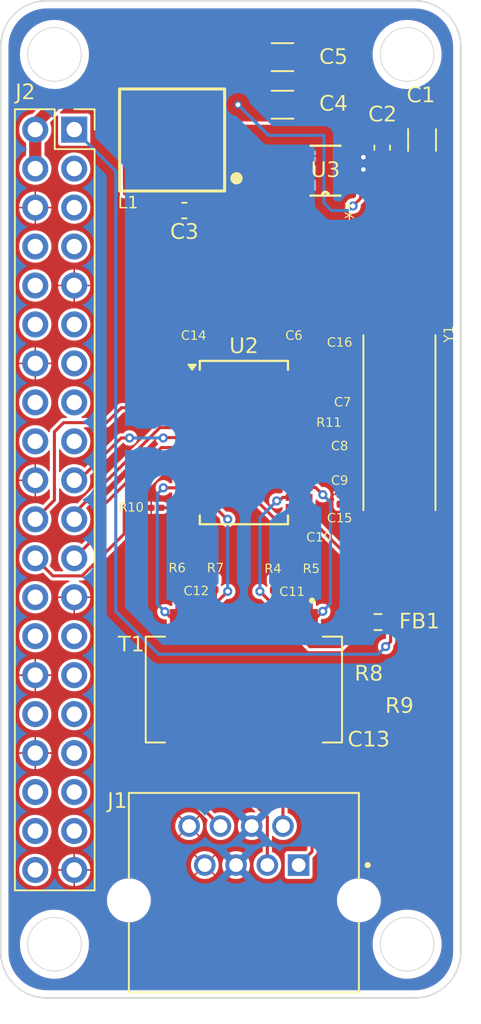
<source format=kicad_pcb>
(kicad_pcb (version 20240108) (generator "pcbnew") (generator_version "8.0")
  (layers (0 "F.Cu" signal) (31 "B.Cu" signal) (34 "B.Paste" user) (35 "F.Paste" user) (36 "B.SilkS" user "B.Silkscreen") (37 "F.SilkS" user "F.Silkscreen") (38 "B.Mask" user) (39 "F.Mask" user) (44 "Edge.Cuts" user))
  (net 0 "")
  (net 1 "24V")
  (net 2 "GND")
  (net 3 "Net-(U3-BST)")
  (net 4 "Net-(U3-SW)")
  (net 5 "+5V")
  (net 6 "+3V3")
  (net 7 "Net-(T1-CT1)")
  (net 8 "Net-(C12-Pad1)")
  (net 9 "Net-(C13-Pad1)")
  (net 10 "Net-(U2-VCAP)")
  (net 11 "Net-(U2-OSC1)")
  (net 12 "Net-(U2-OSC2)")
  (net 13 "TPIN-")
  (net 15 "CS")
  (net 18 "MOSI")
  (net 19 "TPOUT+")
  (net 20 "TPOUT-")
  (net 21 "MISO")
  (net 23 "TPIN+")
  (net 24 "Net-(U2-RBIAS)")
  (net 25 "SCK")
  (net 26 "INT")
  (net 52 "Net-(T1-CT3)")
  (net 53 "Net-(T1-CT4)")
  (net 54 "RX+")
  (net 55 "TX-")
  (net 56 "RX-")
  (net 57 "TX+")
  (footprint "Resistor_SMD:R_0201_0603Metric" (layer "F.Cu") (at 200.45 118.145 -90)
    (property "Reference" "R4" (at -1.045 0 180) (layer "F.SilkS") (effects (font (size 0.6 0.6))))
    (property "Value" "49.9")
    (pad "1" smd roundrect (at -0.32 0 270) (size 0.46 0.4) (layers "F.Cu" "F.Mask") (net 7 "Net-(T1-CT1)"))
    (pad "2" smd roundrect (at 0.32 0 270) (size 0.46 0.4) (layers "F.Cu" "F.Mask") (net 20 "TPOUT-"))
  )
  (footprint "Capacitor_SMD:C_0201_0603Metric" (layer "F.Cu") (at 201.8 115.05 180)
    (property "Reference" "C10" (at -1.65 0 0) (layer "F.SilkS") (effects (font (size 0.6 0.6))))
    (property "Value" "0.1uF")
    (pad "1" smd roundrect (at -0.32 0 180) (size 0.46 0.4) (layers "F.Cu" "F.Mask") (net 6 "+3V3"))
    (pad "2" smd roundrect (at 0.32 0 180) (size 0.46 0.4) (layers "F.Cu" "F.Mask") (net 2 "GND"))
  )
  (footprint "Package_SO:SSOP-28_5.3x10.2mm_P0.65mm" (layer "F.Cu") (at 198.555 108.85)
    (property "Reference" "U2" (at 0 -6.25 0) (layer "F.SilkS"))
    (property "Value" "ENC28J60x-SS")
    (fp_line (start -2.875 -5.325) (end -2.875 -4.75) (stroke (width 0.15)) (layer "F.SilkS"))
    (fp_line (start -2.875 -5.325) (end 2.875 -5.325) (stroke (width 0.15)) (layer "F.SilkS"))
    (fp_line (start -2.875 4.75) (end -2.875 5.325) (stroke (width 0.15)) (layer "F.SilkS"))
    (fp_line (start -2.875 5.325) (end 2.875 5.325) (stroke (width 0.15)) (layer "F.SilkS"))
    (fp_line (start 2.875 -5.325) (end 2.875 -4.75) (stroke (width 0.15)) (layer "F.SilkS"))
    (fp_line (start 2.875 4.75) (end 2.875 5.325) (stroke (width 0.15)) (layer "F.SilkS"))
    (fp_poly (pts (xy -3.375 -4.75) (xy -3.615 -5.08) (xy -3.135 -5.08) (xy -3.375 -4.75)) (stroke (width 0.12)) (fill solid) (layer "F.SilkS"))
    (pad "1" smd rect (at -3.6 -4.225) (size 1.75 0.45) (layers "F.Cu" "F.Paste" "F.Mask") (net 10 "Net-(U2-VCAP)"))
    (pad "2" smd rect (at -3.6 -3.575) (size 1.75 0.45) (layers "F.Cu" "F.Paste" "F.Mask") (net 2 "GND"))
    (pad "3" smd rect (at -3.6 -2.925) (size 1.75 0.45) (layers "F.Cu" "F.Paste" "F.Mask"))
    (pad "4" smd rect (at -3.6 -2.275) (size 1.75 0.45) (layers "F.Cu" "F.Paste" "F.Mask") (net 26 "INT"))
    (pad "5" smd rect (at -3.6 -1.625) (size 1.75 0.45) (layers "F.Cu" "F.Paste" "F.Mask"))
    (pad "6" smd rect (at -3.6 -0.975) (size 1.75 0.45) (layers "F.Cu" "F.Paste" "F.Mask") (net 21 "MISO"))
    (pad "7" smd rect (at -3.6 -0.325) (size 1.75 0.45) (layers "F.Cu" "F.Paste" "F.Mask") (net 18 "MOSI"))
    (pad "8" smd rect (at -3.6 0.325) (size 1.75 0.45) (layers "F.Cu" "F.Paste" "F.Mask") (net 25 "SCK"))
    (pad "9" smd rect (at -3.6 0.975) (size 1.75 0.45) (layers "F.Cu" "F.Paste" "F.Mask") (net 15 "CS"))
    (pad "10" smd rect (at -3.6 1.625) (size 1.75 0.45) (layers "F.Cu" "F.Paste" "F.Mask"))
    (pad "11" smd rect (at -3.6 2.275) (size 1.75 0.45) (layers "F.Cu" "F.Paste" "F.Mask") (net 2 "GND"))
    (pad "12" smd rect (at -3.6 2.925) (size 1.75 0.45) (layers "F.Cu" "F.Paste" "F.Mask") (net 13 "TPIN-"))
    (pad "13" smd rect (at -3.6 3.575) (size 1.75 0.45) (layers "F.Cu" "F.Paste" "F.Mask") (net 23 "TPIN+"))
    (pad "14" smd rect (at -3.6 4.225) (size 1.75 0.45) (layers "F.Cu" "F.Paste" "F.Mask") (net 24 "Net-(U2-RBIAS)"))
    (pad "15" smd rect (at 3.6 4.225) (size 1.75 0.45) (layers "F.Cu" "F.Paste" "F.Mask") (net 6 "+3V3"))
    (pad "16" smd rect (at 3.6 3.575) (size 1.75 0.45) (layers "F.Cu" "F.Paste" "F.Mask") (net 20 "TPOUT-"))
    (pad "17" smd rect (at 3.6 2.925) (size 1.75 0.45) (layers "F.Cu" "F.Paste" "F.Mask") (net 19 "TPOUT+"))
    (pad "18" smd rect (at 3.6 2.275) (size 1.75 0.45) (layers "F.Cu" "F.Paste" "F.Mask") (net 2 "GND"))
    (pad "19" smd rect (at 3.6 1.625) (size 1.75 0.45) (layers "F.Cu" "F.Paste" "F.Mask") (net 6 "+3V3"))
    (pad "20" smd rect (at 3.6 0.975) (size 1.75 0.45) (layers "F.Cu" "F.Paste" "F.Mask") (net 6 "+3V3"))
    (pad "21" smd rect (at 3.6 0.325) (size 1.75 0.45) (layers "F.Cu" "F.Paste" "F.Mask") (net 2 "GND"))
    (pad "22" smd rect (at 3.6 -0.325) (size 1.75 0.45) (layers "F.Cu" "F.Paste" "F.Mask") (net 2 "GND"))
    (pad "23" smd rect (at 3.6 -0.975) (size 1.75 0.45) (layers "F.Cu" "F.Paste" "F.Mask") (net 11 "Net-(U2-OSC1)"))
    (pad "24" smd rect (at 3.6 -1.625) (size 1.75 0.45) (layers "F.Cu" "F.Paste" "F.Mask") (net 12 "Net-(U2-OSC2)"))
    (pad "25" smd rect (at 3.6 -2.275) (size 1.75 0.45) (layers "F.Cu" "F.Paste" "F.Mask") (net 6 "+3V3"))
    (pad "26" smd rect (at 3.6 -2.925) (size 1.75 0.45) (layers "F.Cu" "F.Paste" "F.Mask"))
    (pad "27" smd rect (at 3.6 -3.575) (size 1.75 0.45) (layers "F.Cu" "F.Paste" "F.Mask"))
    (pad "28" smd rect (at 3.6 -4.225) (size 1.75 0.45) (layers "F.Cu" "F.Paste" "F.Mask") (net 6 "+3V3"))
  )
  (footprint "AusOcean:RJ45_Socket" (layer "F.Cu") (at 198.555 138.69)
    (property "Reference" "J1" (at -8.255 -6.44 0) (layer "F.SilkS"))
    (property "Value" "CRJ032-1-TH")
    (fp_line (start -7.5 -7) (end 7.5 -7) (stroke (width 0.127)) (layer "F.SilkS"))
    (fp_line (start -7.5 -1.5) (end -7.5 -7) (stroke (width 0.127)) (layer "F.SilkS"))
    (fp_line (start -7.5 6) (end -7.5 1.5) (stroke (width 0.127)) (layer "F.SilkS"))
    (fp_line (start 7.5 -1.5) (end 7.5 -7) (stroke (width 0.127)) (layer "F.SilkS"))
    (fp_line (start 7.5 6) (end -7.5 6) (stroke (width 0.127)) (layer "F.SilkS"))
    (fp_line (start 7.5 6) (end 7.5 1.5) (stroke (width 0.127)) (layer "F.SilkS"))
    (fp_circle (center 8.075 -2.3) (end 8.175 -2.3) (stroke (width 0.2)) (fill none) (layer "F.SilkS"))
    (pad "" np_thru_hole circle (at -7.5 0) (size 2.36 2.36) (drill 2.36) (layers "*.Cu" "*.Mask"))
    (pad "" np_thru_hole circle (at 7.5 0) (size 2.36 2.36) (drill 2.36) (layers "*.Cu" "*.Mask"))
    (pad "1" thru_hole rect (at 3.57 -2.3) (size 1.408 1.408) (drill 0.9) (layers "*.Cu" "*.Mask") (net 57 "TX+"))
    (pad "2" thru_hole circle (at 2.55 -4.84) (size 1.408 1.408) (drill 0.9) (layers "*.Cu" "*.Mask") (net 55 "TX-"))
    (pad "3" thru_hole circle (at 1.53 -2.3) (size 1.408 1.408) (drill 0.9) (layers "*.Cu" "*.Mask") (net 54 "RX+"))
    (pad "4" thru_hole circle (at 0.51 -4.84) (size 1.408 1.408) (drill 0.9) (layers "*.Cu" "*.Mask") (net 1 "24V"))
    (pad "5" thru_hole circle (at -0.51 -2.3) (size 1.408 1.408) (drill 0.9) (layers "*.Cu" "*.Mask") (net 1 "24V"))
    (pad "6" thru_hole circle (at -1.53 -4.84) (size 1.408 1.408) (drill 0.9) (layers "*.Cu" "*.Mask") (net 56 "RX-"))
    (pad "7" thru_hole circle (at -2.55 -2.3) (size 1.408 1.408) (drill 0.9) (layers "*.Cu" "*.Mask") (net 2 "GND"))
    (pad "8" thru_hole circle (at -3.57 -4.84) (size 1.408 1.408) (drill 0.9) (layers "*.Cu" "*.Mask") (net 2 "GND"))
  )
  (footprint "Resistor_SMD:R_0201_0603Metric" (layer "F.Cu") (at 196.7 118.12 -90)
    (property "Reference" "R7" (at -1.07 0 180) (layer "F.SilkS") (effects (font (size 0.6 0.6))))
    (property "Value" "49.9")
    (pad "1" smd roundrect (at -0.32 0 270) (size 0.46 0.4) (layers "F.Cu" "F.Mask") (net 8 "Net-(C12-Pad1)"))
    (pad "2" smd roundrect (at 0.32 0 270) (size 0.46 0.4) (layers "F.Cu" "F.Mask") (net 23 "TPIN+"))
  )
  (footprint "Resistor_SMD:R_0201_0603Metric" (layer "F.Cu") (at 192.83 113.1)
    (property "Reference" "R10" (at -1.63 0 0) (layer "F.SilkS") (effects (font (size 0.6 0.6))))
    (property "Value" "2.32k 1%")
    (pad "1" smd roundrect (at -0.32 0) (size 0.46 0.4) (layers "F.Cu" "F.Mask") (net 2 "GND"))
    (pad "2" smd roundrect (at 0.32 0) (size 0.46 0.4) (layers "F.Cu" "F.Mask") (net 24 "Net-(U2-RBIAS)"))
  )
  (footprint "Capacitor_SMD:C_0201_0603Metric" (layer "F.Cu") (at 206.7 127.05 180)
    (property "Reference" "C13" (at 0 -1.2 360) (layer "F.SilkS"))
    (property "Value" "0.1uF")
    (pad "1" smd roundrect (at -0.32 0 180) (size 0.46 0.4) (layers "F.Cu" "F.Mask") (net 9 "Net-(C13-Pad1)"))
    (pad "2" smd roundrect (at 0.32 0 180) (size 0.46 0.4) (layers "F.Cu" "F.Mask") (net 2 "GND"))
  )
  (footprint "Resistor_SMD:R_0201_0603Metric" (layer "F.Cu") (at 202.95 118.12 90)
    (property "Reference" "R5" (at 1.02 0 180) (layer "F.SilkS") (effects (font (size 0.6 0.6))))
    (property "Value" "49.9")
    (pad "1" smd roundrect (at -0.32 0 90) (size 0.46 0.4) (layers "F.Cu" "F.Mask") (net 19 "TPOUT+"))
    (pad "2" smd roundrect (at 0.32 0 90) (size 0.46 0.4) (layers "F.Cu" "F.Mask") (net 7 "Net-(T1-CT1)"))
  )
  (footprint "AusOcean:SOIC_05WU-7_DIO" (layer "F.Cu") (at 203.875 91.125 180)
    (property "Reference" "U3" (at 0 0 0) (layer "F.SilkS"))
    (property "Value" "AP63205WU-7")
    (fp_line (start 0.9779 -1.6256) (end -0.9779 -1.6256) (stroke (width 0.1524)) (layer "F.SilkS"))
    (fp_line (start -0.9779 1.6256) (end 0.9779 1.6256) (stroke (width 0.1524)) (layer "F.SilkS"))
    (fp_arc (start 0.2 -1.6) (mid 0 -1.4) (end -0.2 -1.6) (stroke (width 0.2)) (layer "F.SilkS"))
    (fp_text user "*" (at -1.55575 -2.601 360) (layer "F.SilkS"))
    (fp_text user "*" (at -1.55575 -2.601 180) (layer "F.SilkS"))
    (pad "1" smd rect (at -1.30175 -0.950001 180) (size 0.9017 0.508) (layers "F.Cu" "F.Paste" "F.Mask") (net 5 "+5V"))
    (pad "2" smd rect (at -1.30175 0 180) (size 0.9017 0.508) (layers "F.Cu" "F.Paste" "F.Mask") (net 1 "24V"))
    (pad "3" smd rect (at -1.30175 0.950001 180) (size 0.9017 0.508) (layers "F.Cu" "F.Paste" "F.Mask") (net 1 "24V"))
    (pad "4" smd rect (at 1.30175 0.950001 180) (size 0.9017 0.508) (layers "F.Cu" "F.Paste" "F.Mask") (net 2 "GND"))
    (pad "5" smd rect (at 1.30175 0 180) (size 0.9017 0.508) (layers "F.Cu" "F.Paste" "F.Mask") (net 4 "Net-(U3-SW)"))
    (pad "6" smd rect (at 1.30175 -0.950001 180) (size 0.9017 0.508) (layers "F.Cu" "F.Paste" "F.Mask") (net 3 "Net-(U3-BST)"))
  )
  (footprint "AusOcean:WE-XHMI_6060" (layer "F.Cu") (at 193.875 89.125 180)
    (property "Reference" "L1" (at 2.875 -4.125 360) (layer "F.SilkS") (effects (font (size 0.8 0.8))))
    (property "Value" "4.7u")
    (fp_line (start 3.425 3.325) (end -3.425 3.325) (stroke (width 0.2)) (layer "F.SilkS"))
    (fp_line (start 3.425 -3.325) (end 3.425 3.325) (stroke (width 0.2)) (layer "F.SilkS"))
    (fp_line (start -3.425 3.325) (end -3.425 -3.325) (stroke (width 0.2)) (layer "F.SilkS"))
    (fp_line (start -3.425 -3.325) (end 3.425 -3.325) (stroke (width 0.2)) (layer "F.SilkS"))
    (fp_circle (center -4.2 -2.5) (end -4 -2.5) (stroke (width 0.4)) (fill none) (layer "F.SilkS"))
    (pad "1" smd rect (at 0 -2 180) (size 5.5 1.45) (layers "F.Cu" "F.Paste" "F.Mask") (net 4 "Net-(U3-SW)"))
    (pad "2" smd rect (at 0 2 180) (size 5.5 1.45) (layers "F.Cu" "F.Paste" "F.Mask") (net 5 "+5V"))
    (zone (net 0) (net_name "") (layer "F.Cu") (connect_pads (clearance 0)) (min_thickness 0.1)
      (keepout (tracks not_allowed) (vias not_allowed) (pads not_allowed) (copperpour not_allowed) (footprints allowed))
      (fill (thermal_gap 0.508) (thermal_bridge_width 0.508))
      (polygon (pts (xy 197.1 90.35) (xy 190.65 90.35) (xy 190.65 87.9) (xy 197.1 87.9)))
    )
  )
  (footprint "Capacitor_SMD:C_0201_0603Metric" (layer "F.Cu") (at 201.7 117.395 90)
    (property "Reference" "C11" (at -1.205 0 180) (layer "F.SilkS") (effects (font (size 0.6 0.6))))
    (property "Value" "0.1uF")
    (pad "1" smd roundrect (at -0.32 0 90) (size 0.46 0.4) (layers "F.Cu" "F.Mask") (net 7 "Net-(T1-CT1)"))
    (pad "2" smd roundrect (at 0.32 0 90) (size 0.46 0.4) (layers "F.Cu" "F.Mask") (net 2 "GND"))
  )
  (footprint "Capacitor_SMD:C_0201_0603Metric" (layer "F.Cu") (at 204.8 110.55)
    (property "Reference" "C9" (at 0 0.8 0) (layer "F.SilkS") (effects (font (size 0.6 0.6))))
    (property "Value" "0.1uF")
    (pad "1" smd roundrect (at -0.32 0) (size 0.46 0.4) (layers "F.Cu" "F.Mask") (net 6 "+3V3"))
    (pad "2" smd roundrect (at 0.32 0) (size 0.46 0.4) (layers "F.Cu" "F.Mask") (net 2 "GND"))
  )
  (footprint "Capacitor_SMD:C_0201_0603Metric" (layer "F.Cu") (at 195.28 102.65)
    (property "Reference" "C14" (at 0 -0.75 0) (layer "F.SilkS") (effects (font (size 0.6 0.6))))
    (property "Value" "0.1uF")
    (pad "1" smd roundrect (at -0.32 0) (size 0.46 0.4) (layers "F.Cu" "F.Mask") (net 10 "Net-(U2-VCAP)"))
    (pad "2" smd roundrect (at 0.32 0) (size 0.46 0.4) (layers "F.Cu" "F.Mask") (net 2 "GND"))
  )
  (footprint "Capacitor_SMD:C_1206_3216Metric" (layer "F.Cu") (at 210.175 89.125 90)
    (property "Reference" "C1" (at 2.875 -0.075 180) (layer "F.SilkS"))
    (property "Value" "10u")
    (fp_line (start -0.711252 -0.91) (end 0.711252 -0.91) (stroke (width 0.12)) (layer "F.SilkS"))
    (fp_line (start -0.711252 0.91) (end 0.711252 0.91) (stroke (width 0.12)) (layer "F.SilkS"))
    (pad "1" smd roundrect (at -1.475 0 90) (size 1.15 1.8) (layers "F.Cu" "F.Paste" "F.Mask") (roundrect_rratio 0.217391) (net 1 "24V"))
    (pad "2" smd roundrect (at 1.475 0 90) (size 1.15 1.8) (layers "F.Cu" "F.Paste" "F.Mask") (roundrect_rratio 0.217391) (net 2 "GND"))
  )
  (footprint "Capacitor_SMD:C_1206_3216Metric" (layer "F.Cu") (at 201.075 86.825)
    (property "Reference" "C4" (at 3.325 -0.025 360) (layer "F.SilkS"))
    (property "Value" "22u")
    (fp_line (start -0.711252 -0.91) (end 0.711252 -0.91) (stroke (width 0.12)) (layer "F.SilkS"))
    (fp_line (start -0.711252 0.91) (end 0.711252 0.91) (stroke (width 0.12)) (layer "F.SilkS"))
    (pad "1" smd roundrect (at -1.475 0) (size 1.15 1.8) (layers "F.Cu" "F.Paste" "F.Mask") (roundrect_rratio 0.217391) (net 5 "+5V"))
    (pad "2" smd roundrect (at 1.475 0) (size 1.15 1.8) (layers "F.Cu" "F.Paste" "F.Mask") (roundrect_rratio 0.217391) (net 2 "GND"))
  )
  (footprint "Resistor_SMD:R_0201_0603Metric" (layer "F.Cu") (at 206.7 125.05)
    (property "Reference" "R8" (at 0 -1.1 0) (layer "F.SilkS"))
    (property "Value" "75")
    (pad "1" smd roundrect (at -0.32 0) (size 0.46 0.4) (layers "F.Cu" "F.Mask") (net 52 "Net-(T1-CT3)"))
    (pad "2" smd roundrect (at 0.32 0) (size 0.46 0.4) (layers "F.Cu" "F.Mask") (net 9 "Net-(C13-Pad1)"))
  )
  (footprint "Capacitor_SMD:C_0201_0603Metric" (layer "F.Cu") (at 204.8 112.55 90)
    (property "Reference" "C15" (at -1.25 0 180) (layer "F.SilkS") (effects (font (size 0.6 0.6))))
    (property "Value" "20pF")
    (pad "1" smd roundrect (at -0.32 0 90) (size 0.46 0.4) (layers "F.Cu" "F.Mask") (net 11 "Net-(U2-OSC1)"))
    (pad "2" smd roundrect (at 0.32 0 90) (size 0.46 0.4) (layers "F.Cu" "F.Mask") (net 2 "GND"))
  )
  (footprint "Resistor_SMD:R_0201_0603Metric" (layer "F.Cu") (at 206.7 126.05)
    (property "Reference" "R9" (at 2 0 0) (layer "F.SilkS"))
    (property "Value" "75")
    (pad "1" smd roundrect (at -0.32 0) (size 0.46 0.4) (layers "F.Cu" "F.Mask") (net 53 "Net-(T1-CT4)"))
    (pad "2" smd roundrect (at 0.32 0) (size 0.46 0.4) (layers "F.Cu" "F.Mask") (net 9 "Net-(C13-Pad1)"))
  )
  (footprint "Connector_PinSocket_2.54mm:PinSocket_2x20_P2.54mm_Vertical" (layer "F.Cu") (at 187.49 88.45)
    (property "Reference" "J2" (at -3.19 -2.4 0) (layer "F.SilkS"))
    (property "Value" "Pi Header")
    (fp_line (start -3.87 -1.33) (end -3.87 49.59) (stroke (width 0.12)) (layer "F.SilkS"))
    (fp_line (start -3.87 -1.33) (end -1.27 -1.33) (stroke (width 0.12)) (layer "F.SilkS"))
    (fp_line (start -3.87 49.59) (end 1.33 49.59) (stroke (width 0.12)) (layer "F.SilkS"))
    (fp_line (start -1.27 -1.33) (end -1.27 1.27) (stroke (width 0.12)) (layer "F.SilkS"))
    (fp_line (start -1.27 1.27) (end 1.33 1.27) (stroke (width 0.12)) (layer "F.SilkS"))
    (fp_line (start 0 -1.33) (end 1.33 -1.33) (stroke (width 0.12)) (layer "F.SilkS"))
    (fp_line (start 1.33 -1.33) (end 1.33 0) (stroke (width 0.12)) (layer "F.SilkS"))
    (fp_line (start 1.33 1.27) (end 1.33 49.59) (stroke (width 0.12)) (layer "F.SilkS"))
    (pad "1" thru_hole rect (at 0 0) (size 1.7 1.7) (drill 1) (layers "*.Cu" "*.Mask") (net 6 "+3V3"))
    (pad "2" thru_hole oval (at -2.54 0) (size 1.7 1.7) (drill 1) (layers "*.Cu" "*.Mask") (net 5 "+5V"))
    (pad "3" thru_hole oval (at 0 2.54) (size 1.7 1.7) (drill 1) (layers "*.Cu" "*.Mask"))
    (pad "4" thru_hole oval (at -2.54 2.54) (size 1.7 1.7) (drill 1) (layers "*.Cu" "*.Mask") (net 5 "+5V"))
    (pad "5" thru_hole oval (at 0 5.08) (size 1.7 1.7) (drill 1) (layers "*.Cu" "*.Mask"))
    (pad "6" thru_hole oval (at -2.54 5.08) (size 1.7 1.7) (drill 1) (layers "*.Cu" "*.Mask") (net 2 "GND"))
    (pad "7" thru_hole oval (at 0 7.62) (size 1.7 1.7) (drill 1) (layers "*.Cu" "*.Mask"))
    (pad "8" thru_hole oval (at -2.54 7.62) (size 1.7 1.7) (drill 1) (layers "*.Cu" "*.Mask"))
    (pad "9" thru_hole oval (at 0 10.16) (size 1.7 1.7) (drill 1) (layers "*.Cu" "*.Mask") (net 2 "GND"))
    (pad "10" thru_hole oval (at -2.54 10.16) (size 1.7 1.7) (drill 1) (layers "*.Cu" "*.Mask"))
    (pad "11" thru_hole oval (at 0 12.7) (size 1.7 1.7) (drill 1) (layers "*.Cu" "*.Mask"))
    (pad "12" thru_hole oval (at -2.54 12.7) (size 1.7 1.7) (drill 1) (layers "*.Cu" "*.Mask"))
    (pad "13" thru_hole oval (at 0 15.24) (size 1.7 1.7) (drill 1) (layers "*.Cu" "*.Mask"))
    (pad "14" thru_hole oval (at -2.54 15.24) (size 1.7 1.7) (drill 1) (layers "*.Cu" "*.Mask") (net 2 "GND"))
    (pad "15" thru_hole oval (at 0 17.78) (size 1.7 1.7) (drill 1) (layers "*.Cu" "*.Mask"))
    (pad "16" thru_hole oval (at -2.54 17.78) (size 1.7 1.7) (drill 1) (layers "*.Cu" "*.Mask"))
    (pad "17" thru_hole oval (at 0 20.32) (size 1.7 1.7) (drill 1) (layers "*.Cu" "*.Mask"))
    (pad "18" thru_hole oval (at -2.54 20.32) (size 1.7 1.7) (drill 1) (layers "*.Cu" "*.Mask"))
    (pad "19" thru_hole oval (at 0 22.86) (size 1.7 1.7) (drill 1) (layers "*.Cu" "*.Mask") (net 18 "MOSI"))
    (pad "20" thru_hole oval (at -2.54 22.86) (size 1.7 1.7) (drill 1) (layers "*.Cu" "*.Mask") (net 2 "GND"))
    (pad "21" thru_hole oval (at 0 25.4) (size 1.7 1.7) (drill 1) (layers "*.Cu" "*.Mask") (net 21 "MISO"))
    (pad "22" thru_hole oval (at -2.54 25.4) (size 1.7 1.7) (drill 1) (layers "*.Cu" "*.Mask") (net 26 "INT"))
    (pad "23" thru_hole oval (at 0 27.94) (size 1.7 1.7) (drill 1) (layers "*.Cu" "*.Mask") (net 25 "SCK"))
    (pad "24" thru_hole oval (at -2.54 27.94) (size 1.7 1.7) (drill 1) (layers "*.Cu" "*.Mask") (net 15 "CS"))
    (pad "25" thru_hole oval (at 0 30.48) (size 1.7 1.7) (drill 1) (layers "*.Cu" "*.Mask") (net 2 "GND"))
    (pad "26" thru_hole oval (at -2.54 30.48) (size 1.7 1.7) (drill 1) (layers "*.Cu" "*.Mask"))
    (pad "27" thru_hole oval (at 0 33.02) (size 1.7 1.7) (drill 1) (layers "*.Cu" "*.Mask"))
    (pad "28" thru_hole oval (at -2.54 33.02) (size 1.7 1.7) (drill 1) (layers "*.Cu" "*.Mask"))
    (pad "29" thru_hole oval (at 0 35.56) (size 1.7 1.7) (drill 1) (layers "*.Cu" "*.Mask"))
    (pad "30" thru_hole oval (at -2.54 35.56) (size 1.7 1.7) (drill 1) (layers "*.Cu" "*.Mask") (net 2 "GND"))
    (pad "31" thru_hole oval (at 0 38.1) (size 1.7 1.7) (drill 1) (layers "*.Cu" "*.Mask"))
    (pad "32" thru_hole oval (at -2.54 38.1) (size 1.7 1.7) (drill 1) (layers "*.Cu" "*.Mask"))
    (pad "33" thru_hole oval (at 0 40.64) (size 1.7 1.7) (drill 1) (layers "*.Cu" "*.Mask"))
    (pad "34" thru_hole oval (at -2.54 40.64) (size 1.7 1.7) (drill 1) (layers "*.Cu" "*.Mask") (net 2 "GND"))
    (pad "35" thru_hole oval (at 0 43.18) (size 1.7 1.7) (drill 1) (layers "*.Cu" "*.Mask"))
    (pad "36" thru_hole oval (at -2.54 43.18) (size 1.7 1.7) (drill 1) (layers "*.Cu" "*.Mask"))
    (pad "37" thru_hole oval (at 0 45.72) (size 1.7 1.7) (drill 1) (layers "*.Cu" "*.Mask"))
    (pad "38" thru_hole oval (at -2.54 45.72) (size 1.7 1.7) (drill 1) (layers "*.Cu" "*.Mask"))
    (pad "39" thru_hole oval (at 0 48.26) (size 1.7 1.7) (drill 1) (layers "*.Cu" "*.Mask") (net 2 "GND"))
    (pad "40" thru_hole oval (at -2.54 48.26) (size 1.7 1.7) (drill 1) (layers "*.Cu" "*.Mask"))
  )
  (footprint "Capacitor_SMD:C_1206_3216Metric" (layer "F.Cu") (at 201.075 83.725)
    (property "Reference" "C5" (at 3.325 0.025 360) (layer "F.SilkS"))
    (property "Value" "22u")
    (fp_line (start -0.711252 -0.91) (end 0.711252 -0.91) (stroke (width 0.12)) (layer "F.SilkS"))
    (fp_line (start -0.711252 0.91) (end 0.711252 0.91) (stroke (width 0.12)) (layer "F.SilkS"))
    (pad "1" smd roundrect (at -1.475 0) (size 1.15 1.8) (layers "F.Cu" "F.Paste" "F.Mask") (roundrect_rratio 0.217391) (net 5 "+5V"))
    (pad "2" smd roundrect (at 1.475 0) (size 1.15 1.8) (layers "F.Cu" "F.Paste" "F.Mask") (roundrect_rratio 0.217391) (net 2 "GND"))
  )
  (footprint "Capacitor_SMD:C_0201_0603Metric" (layer "F.Cu") (at 201.82 102.65 180)
    (property "Reference" "C6" (at 0 0.75 0) (layer "F.SilkS") (effects (font (size 0.6 0.6))))
    (property "Value" "0.1uF")
    (pad "1" smd roundrect (at -0.32 0 180) (size 0.46 0.4) (layers "F.Cu" "F.Mask") (net 6 "+3V3"))
    (pad "2" smd roundrect (at 0.32 0 180) (size 0.46 0.4) (layers "F.Cu" "F.Mask") (net 2 "GND"))
  )
  (footprint "Capacitor_SMD:C_0201_0603Metric" (layer "F.Cu") (at 204.05 106.245 90)
    (property "Reference" "C7" (at 0 0.95 180) (layer "F.SilkS") (effects (font (size 0.6 0.6))))
    (property "Value" "0.1uF")
    (pad "1" smd roundrect (at -0.32 0 90) (size 0.46 0.4) (layers "F.Cu" "F.Mask") (net 6 "+3V3"))
    (pad "2" smd roundrect (at 0.32 0 90) (size 0.46 0.4) (layers "F.Cu" "F.Mask") (net 2 "GND"))
  )
  (footprint "Capacitor_SMD:C_0201_0603Metric" (layer "F.Cu") (at 204.8 109.85)
    (property "Reference" "C8" (at 0 -0.75 0) (layer "F.SilkS") (effects (font (size 0.6 0.6))))
    (property "Value" "0.1uF")
    (pad "1" smd roundrect (at -0.32 0) (size 0.46 0.4) (layers "F.Cu" "F.Mask") (net 6 "+3V3"))
    (pad "2" smd roundrect (at 0.32 0) (size 0.46 0.4) (layers "F.Cu" "F.Mask") (net 2 "GND"))
  )
  (footprint "AusOcean:XFMR_PT61018PEL" (layer "F.Cu") (at 198.555 124.95 -90)
    (property "Reference" "T1" (at -2.9 7.355 180) (layer "F.SilkS"))
    (property "Value" "PT61018PEL")
    (fp_line (start -3.45 6.4) (end -3.45 5.145) (stroke (width 0.127)) (layer "F.SilkS"))
    (fp_line (start 3.45 6.4) (end -3.45 6.4) (stroke (width 0.127)) (layer "F.SilkS"))
    (fp_line (start 3.45 5.145) (end 3.45 6.4) (stroke (width 0.127)) (layer "F.SilkS"))
    (fp_line (start -3.45 -5.145) (end -3.45 -6.4) (stroke (width 0.127)) (layer "F.SilkS"))
    (fp_line (start -3.45 -6.4) (end 3.45 -6.4) (stroke (width 0.127)) (layer "F.SilkS"))
    (fp_line (start 3.45 -6.4) (end 3.45 -5.145) (stroke (width 0.127)) (layer "F.SilkS"))
    (fp_circle (center -5.8 -4.445) (end -5.7 -4.445) (stroke (width 0.2)) (fill none) (layer "F.SilkS"))
    (pad "1" smd rect (at -4.4 -4.445 270) (size 1.7 0.76) (layers "F.Cu" "F.Paste" "F.Mask") (net 19 "TPOUT+"))
    (pad "2" smd rect (at -4.4 -3.175 270) (size 1.7 0.76) (layers "F.Cu" "F.Paste" "F.Mask") (net 7 "Net-(T1-CT1)"))
    (pad "3" smd rect (at -4.4 -1.905 270) (size 1.7 0.76) (layers "F.Cu" "F.Paste" "F.Mask") (net 20 "TPOUT-"))
    (pad "4" smd rect (at -4.4 -0.635 270) (size 1.7 0.76) (layers "F.Cu" "F.Paste" "F.Mask"))
    (pad "5" smd rect (at -4.4 0.635 270) (size 1.7 0.76) (layers "F.Cu" "F.Paste" "F.Mask"))
    (pad "6" smd rect (at -4.4 1.905 270) (size 1.7 0.76) (layers "F.Cu" "F.Paste" "F.Mask") (net 23 "TPIN+"))
    (pad "7" smd rect (at -4.4 3.175 270) (size 1.7 0.76) (layers "F.Cu" "F.Paste" "F.Mask"))
    (pad "8" smd rect (at -4.4 4.445 270) (size 1.7 0.76) (layers "F.Cu" "F.Paste" "F.Mask") (net 13 "TPIN-"))
    (pad "9" smd rect (at 4.4 4.445 270) (size 1.7 0.76) (layers "F.Cu" "F.Paste" "F.Mask") (net 56 "RX-"))
    (pad "10" smd rect (at 4.4 3.175 270) (size 1.7 0.76) (layers "F.Cu" "F.Paste" "F.Mask") (net 52 "Net-(T1-CT3)"))
    (pad "11" smd rect (at 4.4 1.905 270) (size 1.7 0.76) (layers "F.Cu" "F.Paste" "F.Mask") (net 54 "RX+"))
    (pad "12" smd rect (at 4.4 0.635 270) (size 1.7 0.76) (layers "F.Cu" "F.Paste" "F.Mask"))
    (pad "13" smd rect (at 4.4 -0.635 270) (size 1.7 0.76) (layers "F.Cu" "F.Paste" "F.Mask"))
    (pad "14" smd rect (at 4.4 -1.905 270) (size 1.7 0.76) (layers "F.Cu" "F.Paste" "F.Mask") (net 55 "TX-"))
    (pad "15" smd rect (at 4.4 -3.175 270) (size 1.7 0.76) (layers "F.Cu" "F.Paste" "F.Mask") (net 53 "Net-(T1-CT4)"))
    (pad "16" smd rect (at 4.4 -4.445 270) (size 1.7 0.76) (layers "F.Cu" "F.Paste" "F.Mask") (net 57 "TX+"))
  )
  (footprint "Resistor_SMD:R_0201_0603Metric" (layer "F.Cu") (at 194.19 118.12 90)
    (property "Reference" "R6" (at 1.07 0.01 180) (layer "F.SilkS") (effects (font (size 0.6 0.6))))
    (property "Value" "49.9")
    (pad "1" smd roundrect (at -0.32 0 90) (size 0.46 0.4) (layers "F.Cu" "F.Mask") (net 13 "TPIN-"))
    (pad "2" smd roundrect (at 0.32 0 90) (size 0.46 0.4) (layers "F.Cu" "F.Mask") (net 8 "Net-(C12-Pad1)"))
  )
  (footprint "Capacitor_SMD:C_0201_0603Metric" (layer "F.Cu") (at 195.445 117.405 90)
    (property "Reference" "C12" (at -1.145 0.005 180) (layer "F.SilkS") (effects (font (size 0.6 0.6))))
    (property "Value" "0.1uF")
    (pad "1" smd roundrect (at -0.32 0 90) (size 0.46 0.4) (layers "F.Cu" "F.Mask") (net 8 "Net-(C12-Pad1)"))
    (pad "2" smd roundrect (at 0.32 0 90) (size 0.46 0.4) (layers "F.Cu" "F.Mask") (net 2 "GND"))
  )
  (footprint "Capacitor_SMD:C_0603_1608Metric" (layer "F.Cu") (at 207.575 89.625 90)
    (property "Reference" "C2" (at 2.125 0.025 180) (layer "F.SilkS"))
    (property "Value" "0.1u")
    (fp_line (start -0.14058 -0.51) (end 0.14058 -0.51) (stroke (width 0.12)) (layer "F.SilkS"))
    (fp_line (start -0.14058 0.51) (end 0.14058 0.51) (stroke (width 0.12)) (layer "F.SilkS"))
    (pad "1" smd roundrect (at -0.775 0 90) (size 0.9 0.95) (layers "F.Cu" "F.Paste" "F.Mask") (net 1 "24V"))
    (pad "2" smd roundrect (at 0.775 0 90) (size 0.9 0.95) (layers "F.Cu" "F.Paste" "F.Mask") (net 2 "GND"))
  )
  (footprint "Resistor_SMD:R_0201_0603Metric" (layer "F.Cu") (at 205.15 107.57 -90)
    (property "Reference" "R11" (at 0 1.05 180) (layer "F.SilkS") (effects (font (size 0.6 0.6))))
    (property "Value" "10M")
    (pad "1" smd roundrect (at -0.32 0 270) (size 0.46 0.4) (layers "F.Cu" "F.Mask") (net 12 "Net-(U2-OSC2)"))
    (pad "2" smd roundrect (at 0.32 0 270) (size 0.46 0.4) (layers "F.Cu" "F.Mask") (net 11 "Net-(U2-OSC1)"))
  )
  (footprint "AusOcean:XTAL_ABLS-25.000MHZ-20-A4-F-T" (layer "F.Cu") (at 208.7 107.55 -90)
    (property "Reference" "Y1" (at -5.768 -3.2564 90) (layer "F.SilkS") (effects (font (size 0.64 0.64))))
    (property "Value" "ABLS-25.000MHZ-20-A4-F-T")
    (fp_line (start -5.7 2.35) (end 5.7 2.35) (stroke (width 0.127)) (layer "F.SilkS"))
    (fp_line (start -5.7 -2.35) (end 5.7 -2.35) (stroke (width 0.127)) (layer "F.SilkS"))
    (pad "1" smd rect (at -4.75 0 270) (size 5.6 2.1) (layers "F.Cu" "F.Paste" "F.Mask") (net 12 "Net-(U2-OSC2)"))
    (pad "2" smd rect (at 4.75 0 270) (size 5.6 2.1) (layers "F.Cu" "F.Paste" "F.Mask") (net 11 "Net-(U2-OSC1)"))
  )
  (footprint "Resistor_SMD:R_0603_1608Metric" (layer "F.Cu") (at 207.3 120.55)
    (property "Reference" "FB1" (at 2.7 0 0) (layer "F.SilkS"))
    (property "Value" "FerriteBead_Small")
    (fp_line (start -0.237258 -0.5225) (end 0.237258 -0.5225) (stroke (width 0.12)) (layer "F.SilkS"))
    (fp_line (start -0.237258 0.5225) (end 0.237258 0.5225) (stroke (width 0.12)) (layer "F.SilkS"))
    (pad "1" smd roundrect (at -0.825 0) (size 0.8 0.95) (layers "F.Cu" "F.Paste" "F.Mask") (net 7 "Net-(T1-CT1)"))
    (pad "2" smd roundrect (at 0.825 0) (size 0.8 0.95) (layers "F.Cu" "F.Paste" "F.Mask") (net 6 "+3V3"))
  )
  (footprint "Capacitor_SMD:C_0201_0603Metric" (layer "F.Cu") (at 204.8 103.55 90)
    (property "Reference" "C16" (at 1.2 0 180) (layer "F.SilkS") (effects (font (size 0.6 0.6))))
    (property "Value" "20pF")
    (pad "1" smd roundrect (at -0.32 0 90) (size 0.46 0.4) (layers "F.Cu" "F.Mask") (net 2 "GND"))
    (pad "2" smd roundrect (at 0.32 0 90) (size 0.46 0.4) (layers "F.Cu" "F.Mask") (net 12 "Net-(U2-OSC2)"))
  )
  (footprint "Capacitor_SMD:C_0603_1608Metric" (layer "F.Cu") (at 194.675 93.725 180)
    (property "Reference" "C3" (at 0 -1.43 360) (layer "F.SilkS"))
    (property "Value" "0.1u")
    (fp_line (start -0.14058 0.51) (end 0.14058 0.51) (stroke (width 0.12)) (layer "F.SilkS"))
    (fp_line (start -0.14058 -0.51) (end 0.14058 -0.51) (stroke (width 0.12)) (layer "F.SilkS"))
    (pad "1" smd roundrect (at -0.775 0 180) (size 0.9 0.95) (layers "F.Cu" "F.Paste" "F.Mask") (net 3 "Net-(U3-BST)"))
    (pad "2" smd roundrect (at 0.775 0 180) (size 0.9 0.95) (layers "F.Cu" "F.Paste" "F.Mask") (net 4 "Net-(U3-SW)"))
  )
  (gr_line (start 182.7 142.05) (end 182.7 83.05) (stroke (width 0.1)) (layer "Edge.Cuts"))
  (gr_circle (center 209.2 83.55) (end 210.95 83.55) (stroke (width 0.05)) (fill none) (layer "Edge.Cuts"))
  (gr_arc (start 212.7 142.05) (mid 211.82132 144.17132) (end 209.7 145.05) (stroke (width 0.1)) (layer "Edge.Cuts"))
  (gr_arc (start 182.7 83.05) (mid 183.57868 80.92868) (end 185.7 80.05) (stroke (width 0.1)) (layer "Edge.Cuts"))
  (gr_circle (center 186.2 141.55) (end 187.95 141.55) (stroke (width 0.05)) (fill none) (layer "Edge.Cuts"))
  (gr_line (start 209.7 145.05) (end 185.7 145.05) (stroke (width 0.1)) (layer "Edge.Cuts"))
  (gr_line (start 212.7 83.05) (end 212.7 142.05) (stroke (width 0.1)) (layer "Edge.Cuts"))
  (gr_circle (center 186.2 83.55) (end 186.2 81.8) (stroke (width 0.05)) (fill none) (layer "Edge.Cuts"))
  (gr_arc (start 209.7 80.05) (mid 211.82132 80.92868) (end 212.7 83.05) (stroke (width 0.1)) (layer "Edge.Cuts"))
  (gr_arc (start 185.7 145.05) (mid 183.57868 144.17132) (end 182.7 142.05) (stroke (width 0.1)) (layer "Edge.Cuts"))
  (gr_circle (center 209.2 141.55) (end 210.95 141.55) (stroke (width 0.05)) (fill none) (layer "Edge.Cuts"))
  (gr_line (start 185.7 80.05) (end 209.7 80.05) (stroke (width 0.1)) (layer "Edge.Cuts"))
  (via (at 206.35 90.25) (size 0.6) (drill 0.3) (layers "F.Cu" "B.Cu") (net 1))
  (via (at 206.35 91.05) (size 0.6) (drill 0.3) (layers "F.Cu" "B.Cu") (net 1))
  (segment (start 203.695 111.125) (end 204.8 112.23) (width 0.2) (layer "F.Cu") (net 2))
  (segment (start 202.155 111.125) (end 203.695 111.125) (width 0.2) (layer "F.Cu") (net 2))
  (segment (start 201.024999 92.075001) (end 202.57325 92.075001) (width 0.5) (layer "F.Cu") (net 3))
  (segment (start 195.45 93.725) (end 199.375 93.725) (width 0.5) (layer "F.Cu") (net 3))
  (segment (start 199.375 93.725) (end 201.024999 92.075001) (width 0.5) (layer "F.Cu") (net 3))
  (segment (start 193.9 91.15) (end 193.875 91.125) (width 0.2) (layer "F.Cu") (net 4))
  (segment (start 193.9 93.725) (end 193.9 91.15) (width 0.5) (layer "F.Cu") (net 4))
  (segment (start 205.825001 92.075001) (end 205.17675 92.075001) (width 0.2) (layer "F.Cu") (net 5))
  (segment (start 205.675 93.425) (end 206.175 92.925) (width 0.2) (layer "F.Cu") (net 5))
  (segment (start 192.9 86.15) (end 193.875 87.125) (width 0.8) (layer "F.Cu") (net 5))
  (segment (start 186.89 86.15) (end 192.9 86.15) (width 0.8) (layer "F.Cu") (net 5))
  (segment (start 206.175 92.925) (end 206.175 92.425) (width 0.2) (layer "F.Cu") (net 5))
  (segment (start 184.95 88.09) (end 186.89 86.15) (width 0.8) (layer "F.Cu") (net 5))
  (segment (start 184.95 88.45) (end 184.95 88.09) (width 0.8) (layer "F.Cu") (net 5))
  (segment (start 206.175 92.425) (end 205.825001 92.075001) (width 0.2) (layer "F.Cu") (net 5))
  (segment (start 184.95 90.99) (end 184.95 88.45) (width 0.8) (layer "F.Cu") (net 5))
  (via (at 198.175 86.825) (size 0.5) (drill 0.3) (layers "F.Cu" "B.Cu") (net 5))
  (via (at 205.675 93.425) (size 0.6) (drill 0.3) (layers "F.Cu" "B.Cu") (net 5))
  (segment (start 204.275 93.725) (end 203.775 93.225) (width 0.2) (layer "B.Cu") (net 5))
  (segment (start 205.375 93.725) (end 204.275 93.725) (width 0.2) (layer "B.Cu") (net 5))
  (segment (start 203.775 93.225) (end 203.775 88.825) (width 0.2) (layer "B.Cu") (net 5))
  (segment (start 203.775 88.825) (end 200.175 88.825) (width 0.2) (layer "B.Cu") (net 5))
  (segment (start 205.675 93.425) (end 205.375 93.725) (width 0.2) (layer "B.Cu") (net 5))
  (segment (start 200.175 88.825) (end 198.175 86.825) (width 0.2) (layer "B.Cu") (net 5))
  (segment (start 200.15 110.475) (end 202.155 110.475) (width 0.2) (layer "F.Cu") (net 6))
  (segment (start 199.5 111.125) (end 200.15 110.475) (width 0.2) (layer "F.Cu") (net 6))
  (segment (start 204.405 110.475) (end 204.48 110.55) (width 0.2) (layer "F.Cu") (net 6))
  (segment (start 208.125 121.825) (end 207.8 122.15) (width 0.2) (layer "F.Cu") (net 6))
  (segment (start 202.155 113.075) (end 202.155 115.015) (width 0.2) (layer "F.Cu") (net 6))
  (segment (start 202.155 109.825) (end 204.455 109.825) (width 0.2) (layer "F.Cu") (net 6))
  (segment (start 202.155 110.475) (end 204.405 110.475) (width 0.2) (layer "F.Cu") (net 6))
  (segment (start 202.155 109.825) (end 202.155 110.475) (width 0.2) (layer "F.Cu") (net 6))
  (segment (start 200.5 113.75) (end 199.5 112.75) (width 0.2) (layer "F.Cu") (net 6))
  (segment (start 204.05 106.565) (end 202.165 106.565) (width 0.2) (layer "F.Cu") (net 6))
  (segment (start 200.98 106.475) (end 200.98 104.85) (width 0.2) (layer "F.Cu") (net 6))
  (segment (start 201.205 104.625) (end 202.155 104.625) (width 0.2) (layer "F.Cu") (net 6))
  (segment (start 200.98 109.63) (end 201.175 109.825) (width 0.2) (layer "F.Cu") (net 6))
  (segment (start 201.08 106.575) (end 200.98 106.475) (width 0.2) (layer "F.Cu") (net 6))
  (segment (start 208.125 120.55) (end 208.125 121.825) (width 0.2) (layer "F.Cu") (net 6))
  (segment (start 202.155 106.575) (end 201.08 106.575) (width 0.2) (layer "F.Cu") (net 6))
  (segment (start 201.08 106.575) (end 200.98 106.675) (width 0.2) (layer "F.Cu") (net 6))
  (segment (start 208.125 119.045) (end 202.155 113.075) (width 0.2) (layer "F.Cu") (net 6))
  (segment (start 202.155 104.625) (end 202.155 102.665) (width 0.2) (layer "F.Cu") (net 6))
  (segment (start 202.165 106.565) (end 202.155 106.575) (width 0.2) (layer "F.Cu") (net 6))
  (segment (start 202.155 113.075) (end 201.675 113.075) (width 0.2) (layer "F.Cu") (net 6))
  (segment (start 201.675 113.075) (end 201 113.75) (width 0.2) (layer "F.Cu") (net 6))
  (segment (start 208.125 120.55) (end 208.125 119.045) (width 0.2) (layer "F.Cu") (net 6))
  (segment (start 201.175 109.825) (end 202.155 109.825) (width 0.2) (layer "F.Cu") (net 6))
  (segment (start 200.98 104.85) (end 201.205 104.625) (width 0.2) (layer "F.Cu") (net 6))
  (segment (start 201 113.75) (end 200.5 113.75) (width 0.2) (layer "F.Cu") (net 6))
  (segment (start 199.5 112.75) (end 199.5 111.125) (width 0.2) (layer "F.Cu") (net 6))
  (segment (start 202.155 115.015) (end 202.12 115.05) (width 0.2) (layer "F.Cu") (net 6))
  (segment (start 204.455 109.825) (end 204.48 109.85) (width 0.2) (layer "F.Cu") (net 6))
  (segment (start 200.98 106.675) (end 200.98 109.63) (width 0.2) (layer "F.Cu") (net 6))
  (segment (start 202.155 102.665) (end 202.14 102.65) (width 0.2) (layer "F.Cu") (net 6))
  (via (at 207.8 122.15) (size 0.6) (drill 0.3) (layers "F.Cu" "B.Cu") (net 6))
  (segment (start 190.2 119.85) (end 190.2 91.16) (width 0.2) (layer "B.Cu") (net 6))
  (segment (start 190.2 91.16) (end 189.395 90.355) (width 0.2) (layer "B.Cu") (net 6))
  (segment (start 193 122.65) (end 190.2 119.85) (width 0.2) (layer "B.Cu") (net 6))
  (segment (start 207.8 122.15) (end 207.3 122.65) (width 0.2) (layer "B.Cu") (net 6))
  (segment (start 207.3 122.65) (end 193 122.65) (width 0.2) (layer "B.Cu") (net 6))
  (segment (start 189.395 90.355) (end 187.49 88.45) (width 0.2) (layer "B.Cu") (net 6))
  (segment (start 201.7 120.52) (end 201.73 120.55) (width 0.2) (layer "F.Cu") (net 7))
  (segment (start 202.86 122.15) (end 204.875 122.15) (width 0.2) (layer "F.Cu") (net 7))
  (segment (start 201.73 121.02) (end 202.86 122.15) (width 0.2) (layer "F.Cu") (net 7))
  (segment (start 202.95 117.8) (end 200.475 117.8) (width 0.2) (layer "F.Cu") (net 7))
  (segment (start 201.73 120.55) (end 201.73 121.02) (width 0.2) (layer "F.Cu") (net 7))
  (segment (start 201.7 117.715) (end 201.7 120.52) (width 0.2) (layer "F.Cu") (net 7))
  (segment (start 200.475 117.8) (end 200.45 117.825) (width 0.2) (layer "F.Cu") (net 7))
  (segment (start 204.875 122.15) (end 206.475 120.55) (width 0.2) (layer "F.Cu") (net 7))
  (segment (start 194.19 117.8) (end 196.7 117.8) (width 0.2) (layer "F.Cu") (net 8))
  (segment (start 207.02 125.05) (end 207.02 127.05) (width 0.2) (layer "F.Cu") (net 9))
  (segment (start 194.96 104.62) (end 194.955 104.625) (width 0.2) (layer "F.Cu") (net 10))
  (segment (start 194.96 102.65) (end 194.96 104.62) (width 0.2) (layer "F.Cu") (net 10))
  (segment (start 202.155 107.875) (end 207.025 107.875) (width 0.2) (layer "F.Cu") (net 11))
  (segment (start 204.8 112.87) (end 208.13 112.87) (width 0.2) (layer "F.Cu") (net 11))
  (segment (start 208.13 112.87) (end 208.7 112.3) (width 0.2) (layer "F.Cu") (net 11))
  (segment (start 208.7 113.345) (end 208.7 113.6) (width 0.2) (layer "F.Cu") (net 11))
  (segment (start 208.7 109.55) (end 208.7 112.3) (width 0.2) (layer "F.Cu") (net 11))
  (segment (start 207.025 107.875) (end 208.7 109.55) (width 0.2) (layer "F.Cu") (net 11))
  (segment (start 208.27 103.23) (end 208.7 102.8) (width 0.2) (layer "F.Cu") (net 12))
  (segment (start 207.025 107.225) (end 208.7 105.55) (width 0.2) (layer "F.Cu") (net 12))
  (segment (start 202.155 107.225) (end 207.025 107.225) (width 0.2) (layer "F.Cu") (net 12))
  (segment (start 208.7 105.55) (end 208.7 102.8) (width 0.2) (layer "F.Cu") (net 12))
  (segment (start 204.8 103.23) (end 208.27 103.23) (width 0.2) (layer "F.Cu") (net 12))
  (segment (start 194.19 120.47) (end 194.11 120.55) (width 0.2) (layer "F.Cu") (net 13))
  (segment (start 194.19 118.44) (end 194.19 120.47) (width 0.2) (layer "F.Cu") (net 13))
  (segment (start 193.3 111.8) (end 194.95 111.8) (width 0.2) (layer "F.Cu") (net 13))
  (segment (start 193.405 119.875) (end 194.105 120.575) (width 0.2) (layer "F.Cu") (net 13))
  (via (at 193.3 111.8) (size 0.6) (drill 0.3) (layers "F.Cu" "B.Cu") (net 13))
  (via (at 193.405 119.875) (size 0.6) (drill 0.3) (layers "F.Cu" "B.Cu") (net 13))
  (segment (start 193.3 111.8) (end 192.905 112.195) (width 0.2) (layer "B.Cu") (net 13))
  (segment (start 192.905 119.375) (end 193.405 119.875) (width 0.2) (layer "B.Cu") (net 13))
  (segment (start 192.905 112.195) (end 192.905 119.375) (width 0.2) (layer "B.Cu") (net 13))
  (segment (start 190.75 113) (end 193.925 109.825) (width 0.2) (layer "F.Cu") (net 15))
  (segment (start 190.75 114.8) (end 190.75 113) (width 0.2) (layer "F.Cu") (net 15))
  (segment (start 186.1 117.54) (end 188.01 117.54) (width 0.2) (layer "F.Cu") (net 15))
  (segment (start 188.01 117.54) (end 190.75 114.8) (width 0.2) (layer "F.Cu") (net 15))
  (segment (start 184.95 116.39) (end 186.1 117.54) (width 0.2) (layer "F.Cu") (net 15))
  (segment (start 193.925 109.825) (end 194.955 109.825) (width 0.2) (layer "F.Cu") (net 15))
  (segment (start 191.1 108.55) (end 190.55 108.55) (width 0.2) (layer "F.Cu") (net 18))
  (segment (start 193.325 108.525) (end 194.955 108.525) (width 0.2) (layer "F.Cu") (net 18))
  (segment (start 190.55 108.55) (end 187.79 111.31) (width 0.2) (layer "F.Cu") (net 18))
  (segment (start 193.325 108.525) (end 193.3 108.55) (width 0.2) (layer "F.Cu") (net 18))
  (segment (start 187.79 111.31) (end 187.49 111.31) (width 0.2) (layer "F.Cu") (net 18))
  (via (at 191.1 108.55) (size 0.6) (drill 0.3) (layers "F.Cu" "B.Cu") (net 18))
  (via (at 193.3 108.55) (size 0.6) (drill 0.3) (layers "F.Cu" "B.Cu") (net 18))
  (segment (start 193.3 108.55) (end 191.1 108.55) (width 0.2) (layer "B.Cu") (net 18))
  (segment (start 203.7 119.85) (end 203 120.55) (width 0.2) (layer "F.Cu") (net 19))
  (segment (start 203.23 111.775) (end 203.7 112.245) (width 0.2) (layer "F.Cu") (net 19))
  (segment (start 202.155 111.775) (end 203.23 111.775) (width 0.2) (layer "F.Cu") (net 19))
  (segment (start 202.95 120.5) (end 203 120.55) (width 0.2) (layer "F.Cu") (net 19))
  (segment (start 202.95 118.44) (end 202.95 120.5) (width 0.2) (layer "F.Cu") (net 19))
  (via (at 203.7 119.85) (size 0.6) (drill 0.3) (layers "F.Cu" "B.Cu") (net 19))
  (via (at 203.7 112.245) (size 0.6) (drill 0.3) (layers "F.Cu" "B.Cu") (net 19))
  (segment (start 204.2 112.745) (end 204.2 119.35) (width 0.2) (layer "B.Cu") (net 19))
  (segment (start 204.2 119.35) (end 203.7 119.85) (width 0.2) (layer "B.Cu") (net 19))
  (segment (start 203.7 112.245) (end 204.2 112.745) (width 0.2) (layer "B.Cu") (net 19))
  (segment (start 199.6 118.55) (end 200.45 119.4) (width 0.2) (layer "F.Cu") (net 20))
  (segment (start 200.855 112.65) (end 201.08 112.425) (width 0.2) (layer "F.Cu") (net 20))
  (segment (start 200.45 118.465) (end 200.45 120.54) (width 0.2) (layer "F.Cu") (net 20))
  (segment (start 200.45 120.54) (end 200.46 120.55) (width 0.2) (layer "F.Cu") (net 20))
  (segment (start 200.45 119.4) (end 200.45 119.41) (width 0.2) (layer "F.Cu") (net 20))
  (segment (start 201.08 112.425) (end 202.155 112.425) (width 0.2) (layer "F.Cu") (net 20))
  (segment (start 200.7 112.65) (end 200.855 112.65) (width 0.2) (layer "F.Cu") (net 20))
  (via (at 199.6 118.55) (size 0.6) (drill 0.3) (layers "F.Cu" "B.Cu") (net 20))
  (via (at 200.7 112.65) (size 0.6) (drill 0.3) (layers "F.Cu" "B.Cu") (net 20))
  (segment (start 199.6 113.905) (end 199.6 118.55) (width 0.2) (layer "B.Cu") (net 20))
  (segment (start 200.7 112.65) (end 199.6 113.75) (width 0.2) (layer "B.Cu") (net 20))
  (segment (start 199.6 113.75) (end 199.6 113.905) (width 0.2) (layer "B.Cu") (net 20))
  (segment (start 193.075 107.875) (end 194.955 107.875) (width 0.2) (layer "F.Cu") (net 21))
  (segment (start 187.49 113.46) (end 193.075 107.875) (width 0.2) (layer "F.Cu") (net 21))
  (segment (start 187.49 113.85) (end 187.49 113.46) (width 0.2) (layer "F.Cu") (net 21))
  (segment (start 197.5 113.85) (end 197.5 113.895) (width 0.2) (layer "F.Cu") (net 23))
  (segment (start 197.455 113.85) (end 197.5 113.85) (width 0.2) (layer "F.Cu") (net 23))
  (segment (start 197.5 118.55) (end 196.7 119.35) (width 0.2) (layer "F.Cu") (net 23))
  (segment (start 197.5 113.895) (end 197.5 113.895) (width 0.2) (layer "F.Cu") (net 23))
  (segment (start 196.7 119.35) (end 196.7 119.55) (width 0.2) (layer "F.Cu") (net 23))
  (segment (start 196.7 120.5) (end 196.65 120.55) (width 0.2) (layer "F.Cu") (net 23))
  (segment (start 196.03 112.425) (end 197.455 113.85) (width 0.2) (layer "F.Cu") (net 23))
  (segment (start 196.7 118.44) (end 196.7 120.5) (width 0.2) (layer "F.Cu") (net 23))
  (segment (start 194.955 112.425) (end 196.03 112.425) (width 0.2) (layer "F.Cu") (net 23))
  (via (at 197.5 113.85) (size 0.6) (drill 0.3) (layers "F.Cu" "B.Cu") (net 23))
  (via (at 197.5 118.55) (size 0.6) (drill 0.3) (layers "F.Cu" "B.Cu") (net 23))
  (segment (start 197.5 113.895) (end 197.5 118.55) (width 0.2) (layer "B.Cu") (net 23))
  (segment (start 194.93 113.1) (end 194.955 113.075) (width 0.2) (layer "F.Cu") (net 24))
  (segment (start 193.15 113.1) (end 194.93 113.1) (width 0.2) (layer "F.Cu") (net 24))
  (segment (start 187.49 116.39) (end 189.45 114.43) (width 0.2) (layer "F.Cu") (net 25))
  (segment (start 193.175 109.175) (end 194.955 109.175) (width 0.2) (layer "F.Cu") (net 25))
  (segment (start 189.45 112.9) (end 193.175 109.175) (width 0.2) (layer "F.Cu") (net 25))
  (segment (start 189.45 114.43) (end 189.45 112.9) (width 0.2) (layer "F.Cu") (net 25))
  (segment (start 190.575 106.575) (end 194.955 106.575) (width 0.2) (layer "F.Cu") (net 26))
  (segment (start 189.6 107.55) (end 190.575 106.575) (width 0.2) (layer "F.Cu") (net 26))
  (segment (start 186.2 108.15) (end 186.8 107.55) (width 0.2) (layer "F.Cu") (net 26))
  (segment (start 184.95 113.85) (end 186.2 112.6) (width 0.2) (layer "F.Cu") (net 26))
  (segment (start 186.2 112.6) (end 186.2 108.15) (width 0.2) (layer "F.Cu") (net 26))
  (segment (start 186.8 107.55) (end 189.6 107.55) (width 0.2) (layer "F.Cu") (net 26))
  (segment (start 199.21 125.05) (end 206.31 125.05) (width 0.2) (layer "F.Cu") (net 52))
  (segment (start 195.38 129.35) (end 195.38 128.88) (width 0.2) (layer "F.Cu") (net 52))
  (segment (start 195.38 128.88) (end 199.21 125.05) (width 0.2) (layer "F.Cu") (net 52))
  (segment (start 201.73 128.88) (end 204.56 126.05) (width 0.2) (layer "F.Cu") (net 53))
  (segment (start 201.73 129.35) (end 201.73 128.88) (width 0.2) (layer "F.Cu") (net 53))
  (segment (start 204.56 126.05) (end 206.38 126.05) (width 0.2) (layer "F.Cu") (net 53))
  (segment (start 196.65 129.35) (end 196.65 129.82) (width 0.2) (layer "F.Cu") (net 54))
  (segment (start 196.65 129.82) (end 200.085 133.255) (width 0.2) (layer "F.Cu") (net 54))
  (segment (start 200.085 133.255) (end 200.085 136.39) (width 0.2) (layer "F.Cu") (net 54))
  (segment (start 201.105 130.465) (end 201.105 133.85) (width 0.2) (layer "F.Cu") (net 55))
  (segment (start 200.46 129.35) (end 200.46 129.82) (width 0.2) (layer "F.Cu") (net 55))
  (segment (start 200.46 129.82) (end 201.105 130.465) (width 0.2) (layer "F.Cu") (net 55))
  (segment (start 194.11 129.35) (end 194.11 130.935) (width 0.2) (layer "F.Cu") (net 56))
  (segment (start 194.11 130.935) (end 197.025 133.85) (width 0.2) (layer "F.Cu") (net 56))
  (segment (start 203 129.35) (end 203 135.515) (width 0.2) (layer "F.Cu") (net 57))
  (segment (start 203 135.515) (end 202.125 136.39) (width 0.2) (layer "F.Cu") (net 57))
  (zone (net 4) (net_name "Net-(U3-SW)") (layer "F.Cu") (priority 2) (connect_pads yes (clearance 0)) (min_thickness 0.1) (fill yes (thermal_gap 0.5) (thermal_bridge_width 0.5))
    (polygon (pts (xy 202.975 90.825) (xy 200.575 90.825) (xy 197.1 90.35) (xy 190.65 90.35) (xy 190.675 92.725) (xy 197.575 92.725) (xy 200.575 91.525) (xy 202.975 91.525)))
  )
  (zone (net 2) (net_name "GND") (layer "F.Cu") (priority 1) (connect_pads (clearance 0.2)) (min_thickness 0.1) (fill yes (thermal_gap 0.2) (thermal_bridge_width 0.1))
    (polygon (pts (xy 182.7 80.05) (xy 212.7 80.05) (xy 212.7 145.05) (xy 182.7 145.05)))
  )
  (zone (net 5) (net_name "+5V") (layer "F.Cu") (priority 1) (connect_pads yes (clearance 0)) (min_thickness 0.1) (fill yes (thermal_gap 0.5) (thermal_bridge_width 0.5))
    (polygon (pts (xy 190.65 87.9) (xy 200.875 87.925) (xy 200.875 82.525) (xy 190.675 82.525)))
  )
  (zone (net 1) (net_name "24V") (layer "F.Cu") (priority 1) (connect_pads yes (clearance 0)) (min_thickness 0.1) (fill yes (thermal_gap 0.5) (thermal_bridge_width 0.5))
    (polygon (pts (xy 205.975 91.625) (xy 204.575 91.625) (xy 204.575 90.625) (xy 204.575 90.625) (xy 204.575 89.725) (xy 211.075 89.725) (xy 211.375 89.725) (xy 211.375 91.625) (xy 206.375 91.625)))
  )
  (zone (net 1) (net_name "24V") (layer "B.Cu") (priority 1) (connect_pads (clearance 0.5)) (min_thickness 0.1) (fill yes (thermal_gap 0.5) (thermal_bridge_width 0.5))
    (polygon (pts (xy 182.7 80.05) (xy 212.7 80.05) (xy 212.7 145.05) (xy 182.7 145.05)))
  )
)
</source>
